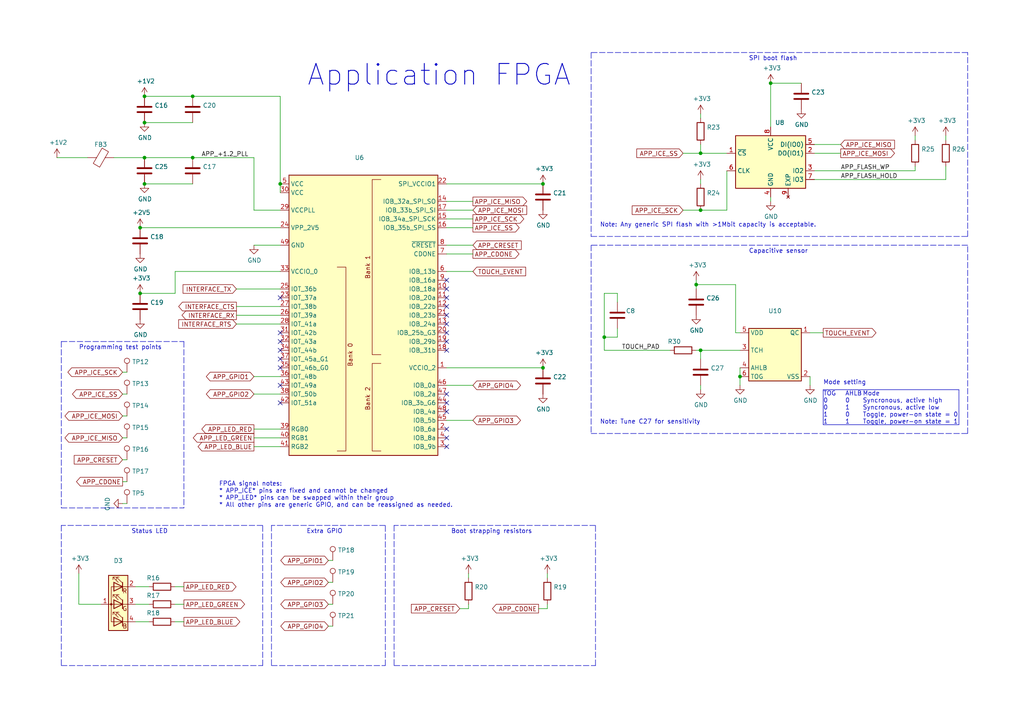
<source format=kicad_sch>
(kicad_sch (version 20211123) (generator eeschema)
  (paper "A4")
  (title_block (title "Application FPGA") (date "2021-09-29") (rev "V1") (company "Tillitis AB") (comment 1 "2022"))
  (lib_symbols
    (symbol "Connector:TestPoint" (pin_numbers hide) (pin_names (offset 0.762) hide)
      (property "Reference" "TP" (at 0 6.858 0))
      (property "Value" "TestPoint" (at 0 5.08 0))
      (symbol "TestPoint_0_1"
        (circle (center 0 3.302) (radius 0.762))
      )
      (symbol "TestPoint_1_1"
        (pin passive line (at 0 0 90) (length 2.54) (name "1") (number "1"))
      )
    )
    (symbol "Device:C" (pin_numbers hide) (pin_names (offset 0.254))
      (property "Reference" "C" (at 0.635 2.54 0))
      (property "Value" "C" (at 0.635 -2.54 0))
      (symbol "C_0_1"
        (polyline (pts (xy -2.032 -0.762) (xy 2.032 -0.762)) (stroke (width 0.508)))
        (polyline (pts (xy -2.032 0.762) (xy 2.032 0.762)) (stroke (width 0.508)))
      )
      (symbol "C_1_1"
        (pin passive line (at 0 3.81 270) (length 2.794) (name "~") (number "1"))
        (pin passive line (at 0 -3.81 90) (length 2.794) (name "~") (number "2"))
      )
    )
    (symbol "Device:R" (pin_numbers hide) (pin_names (offset 0))
      (property "Reference" "R" (at 2.032 0 90))
      (property "Value" "R" (at 0 0 90))
      (symbol "R_0_1"
        (rectangle (start -1.016 -2.54) (end 1.016 2.54) (stroke (width 0.254)))
      )
      (symbol "R_1_1"
        (pin passive line (at 0 3.81 270) (length 1.27) (name "~") (number "1"))
        (pin passive line (at 0 -3.81 90) (length 1.27) (name "~") (number "2"))
      )
    )
    (symbol "mta1:FC-B1010RGBT-HG" (pin_names (offset 0) hide)
      (property "Reference" "D" (at 0 9.398 0))
      (property "Value" "FC-B1010RGBT-HG" (at 0 -8.89 0))
      (symbol "FC-B1010RGBT-HG_0_0"
        (text "B" (at -1.905 -6.35 0) (effects (font (size 1.27 1.27))))
        (text "G" (at -1.905 -1.27 0) (effects (font (size 1.27 1.27))))
        (text "R" (at -1.905 3.81 0) (effects (font (size 1.27 1.27))))
      )
      (symbol "FC-B1010RGBT-HG_0_1"
        (polyline (pts (xy -1.27 -5.08) (xy -2.54 -5.08)))
        (polyline (pts (xy -1.27 -5.08) (xy 1.27 -5.08)))
        (polyline (pts (xy -1.27 -3.81) (xy -1.27 -6.35)) (stroke (width 0.254)))
        (polyline (pts (xy -1.27 0) (xy -2.54 0)))
        (polyline (pts (xy -1.27 1.27) (xy -1.27 -1.27)) (stroke (width 0.254)))
        (polyline (pts (xy -1.27 5.08) (xy -2.54 5.08)))
        (polyline (pts (xy -1.27 5.08) (xy 1.27 5.08)))
        (polyline (pts (xy -1.27 6.35) (xy -1.27 3.81)) (stroke (width 0.254)))
        (polyline (pts (xy 1.27 0) (xy -1.27 0)))
        (polyline (pts (xy 1.27 0) (xy 2.54 0)))
        (polyline (pts (xy -1.27 1.27) (xy -1.27 -1.27) (xy -1.27 -1.27)))
        (polyline (pts (xy -1.27 6.35) (xy -1.27 3.81) (xy -1.27 3.81)))
        (polyline (pts (xy 1.27 -5.08) (xy 2.032 -5.08) (xy 2.032 5.08) (xy 1.27 5.08)))
        (polyline (pts (xy 1.27 -3.81) (xy 1.27 -6.35) (xy -1.27 -5.08) (xy 1.27 -3.81)) (stroke (width 0.254)))
        (polyline (pts (xy 1.27 1.27) (xy 1.27 -1.27) (xy -1.27 0) (xy 1.27 1.27)) (stroke (width 0.254)))
        (polyline (pts (xy 1.27 6.35) (xy 1.27 3.81) (xy -1.27 5.08) (xy 1.27 6.35)) (stroke (width 0.254)))
        (polyline (pts (xy -1.016 -3.81) (xy 0.508 -2.286) (xy -0.254 -2.286) (xy 0.508 -2.286) (xy 0.508 -3.048)))
        (polyline (pts (xy -1.016 1.27) (xy 0.508 2.794) (xy -0.254 2.794) (xy 0.508 2.794) (xy 0.508 2.032)))
        (polyline (pts (xy -1.016 6.35) (xy 0.508 7.874) (xy -0.254 7.874) (xy 0.508 7.874) (xy 0.508 7.112)))
        (polyline (pts (xy 0 -3.81) (xy 1.524 -2.286) (xy 0.762 -2.286) (xy 1.524 -2.286) (xy 1.524 -3.048)))
        (polyline (pts (xy 0 1.27) (xy 1.524 2.794) (xy 0.762 2.794) (xy 1.524 2.794) (xy 1.524 2.032)))
        (polyline (pts (xy 0 6.35) (xy 1.524 7.874) (xy 0.762 7.874) (xy 1.524 7.874) (xy 1.524 7.112)))
        (rectangle (start 1.27 -1.27) (end 1.27 1.27))
        (rectangle (start 1.27 1.27) (end 1.27 1.27))
        (rectangle (start 1.27 3.81) (end 1.27 6.35))
        (rectangle (start 1.27 6.35) (end 1.27 6.35))
        (circle (center 2.032 0) (radius 0.254) (fill (type outline)))
        (rectangle (start 2.794 8.382) (end -2.794 -7.62) (stroke (width 0.254)) (fill (type background)))
      )
      (symbol "FC-B1010RGBT-HG_1_1"
        (pin passive line (at 5.08 0 180) (length 2.54) (name "A") (number "1"))
        (pin passive line (at -5.08 5.08 0) (length 2.54) (name "RK") (number "2"))
        (pin passive line (at -5.08 0 0) (length 2.54) (name "GK") (number "3"))
        (pin passive line (at -5.08 -5.08 0) (length 2.54) (name "BK") (number "4"))
      )
    )
    (symbol "mta1:Ferrite_Bead-Device" (pin_numbers hide) (pin_names (offset 0))
      (property "Reference" "FB" (at -3.81 0.635 90))
      (property "Value" "Ferrite_Bead-Device" (at 3.81 0 90))
      (symbol "Ferrite_Bead-Device_0_1"
        (polyline (pts (xy 0 -1.27) (xy 0 -1.2192)))
        (polyline (pts (xy 0 1.27) (xy 0 1.2954)))
        (polyline (pts (xy -2.7686 0.4064) (xy -1.7018 2.2606) (xy 2.7686 -0.3048) (xy 1.6764 -2.159) (xy -2.7686 0.4064)))
      )
      (symbol "Ferrite_Bead-Device_1_1"
        (pin passive line (at 0 3.81 270) (length 2.54) (name "~") (number "1"))
        (pin passive line (at 0 -3.81 90) (length 2.54) (name "~") (number "2"))
      )
    )
    (symbol "mta1:ICE40UP5K-SG48ITR"
      (property "Reference" "U" (at -24.13 -44.45 0))
      (property "Value" "ICE40UP5K-SG48ITR" (at -15.24 -46.99 0))
      (symbol "ICE40UP5K-SG48ITR_0_0"
        (polyline (pts (xy -6.35 13.97) (xy -3.81 13.97) (xy -3.81 -39.37) (xy -6.35 -39.37)))
        (polyline (pts (xy 6.35 -39.37) (xy 3.81 -39.37) (xy 3.81 -13.97) (xy 6.35 -13.97)))
        (polyline (pts (xy 6.35 -11.43) (xy 3.81 -11.43) (xy 3.81 39.37) (xy 6.35 39.37)))
        (text "Bank 0" (at -2.54 -11.43 900) (effects (font (size 1.27 1.27))))
        (text "Bank 1" (at 2.54 13.97 900) (effects (font (size 1.27 1.27))))
        (text "Bank 2" (at 2.54 -24.13 900) (effects (font (size 1.27 1.27))))
      )
      (symbol "ICE40UP5K-SG48ITR_1_1"
        (rectangle (start -20.32 40.64) (end 22.86 -40.64) (stroke (width 0.254)) (fill (type background)))
        (pin power_in line (at 25.4 -15.24 180) (length 2.54) (name "VCCIO_2") (number "1"))
        (pin bidirectional line (at 25.4 7.62 180) (length 2.54) (name "IOB_18a") (number "10"))
        (pin bidirectional line (at 25.4 5.08 180) (length 2.54) (name "IOB_20a") (number "11"))
        (pin bidirectional line (at 25.4 2.54 180) (length 2.54) (name "IOB_22b") (number "12"))
        (pin bidirectional line (at 25.4 -2.54 180) (length 2.54) (name "IOB_24a") (number "13"))
        (pin bidirectional line (at 25.4 33.02 180) (length 2.54) (name "IOB_32a_SPI_SO") (number "14"))
        (pin bidirectional line (at 25.4 27.94 180) (length 2.54) (name "IOB_34a_SPI_SCK") (number "15"))
        (pin bidirectional line (at 25.4 25.4 180) (length 2.54) (name "IOB_35b_SPI_SS") (number "16"))
        (pin bidirectional line (at 25.4 30.48 180) (length 2.54) (name "IOB_33b_SPI_SI") (number "17"))
        (pin bidirectional line (at 25.4 -10.16 180) (length 2.54) (name "IOB_31b") (number "18"))
        (pin bidirectional line (at 25.4 -7.62 180) (length 2.54) (name "IOB_29b") (number "19"))
        (pin bidirectional line (at 25.4 -33.02 180) (length 2.54) (name "IOB_6a") (number "2"))
        (pin bidirectional line (at 25.4 -5.08 180) (length 2.54) (name "IOB_25b_G3") (number "20"))
        (pin bidirectional line (at 25.4 0 180) (length 2.54) (name "IOB_23b") (number "21"))
        (pin power_in line (at 25.4 38.1 180) (length 2.54) (name "SPI_VCCIO1") (number "22"))
        (pin bidirectional line (at -22.86 5.08 0) (length 2.54) (name "IOT_37a") (number "23"))
        (pin power_in line (at -22.86 25.4 0) (length 2.54) (name "VPP_2V5") (number "24"))
        (pin bidirectional line (at -22.86 7.62 0) (length 2.54) (name "IOT_36b") (number "25"))
        (pin bidirectional line (at -22.86 0 0) (length 2.54) (name "IOT_39a") (number "26"))
        (pin bidirectional line (at -22.86 2.54 0) (length 2.54) (name "IOT_38b") (number "27"))
        (pin bidirectional line (at -22.86 -2.54 0) (length 2.54) (name "IOT_41a") (number "28"))
        (pin power_in line (at -22.86 30.48 0) (length 2.54) (name "VCCPLL") (number "29"))
        (pin bidirectional line (at 25.4 -38.1 180) (length 2.54) (name "IOB_9b") (number "3"))
        (pin power_in line (at -22.86 35.56 0) (length 2.54) (name "VCC") (number "30"))
        (pin bidirectional line (at -22.86 -5.08 0) (length 2.54) (name "IOT_42b") (number "31"))
        (pin bidirectional line (at -22.86 -7.62 0) (length 2.54) (name "IOT_43a") (number "32"))
        (pin power_in line (at -22.86 12.7 0) (length 2.54) (name "VCCIO_0") (number "33"))
        (pin bidirectional line (at -22.86 -10.16 0) (length 2.54) (name "IOT_44b") (number "34"))
        (pin bidirectional line (at -22.86 -15.24 0) (length 2.54) (name "IOT_46b_G0") (number "35"))
        (pin bidirectional line (at -22.86 -17.78 0) (length 2.54) (name "IOT_48b") (number "36"))
        (pin bidirectional line (at -22.86 -12.7 0) (length 2.54) (name "IOT_45a_G1") (number "37"))
        (pin bidirectional line (at -22.86 -22.86 0) (length 2.54) (name "IOT_50b") (number "38"))
        (pin open_collector line (at -22.86 -33.02 0) (length 2.54) (name "RGB0") (number "39"))
        (pin bidirectional line (at 25.4 -35.56 180) (length 2.54) (name "IOB_8a") (number "4"))
        (pin open_collector line (at -22.86 -35.56 0) (length 2.54) (name "RGB1") (number "40"))
        (pin open_collector line (at -22.86 -38.1 0) (length 2.54) (name "RGB2") (number "41"))
        (pin bidirectional line (at -22.86 -25.4 0) (length 2.54) (name "IOT_51a") (number "42"))
        (pin bidirectional line (at -22.86 -20.32 0) (length 2.54) (name "IOT_49a") (number "43"))
        (pin bidirectional line (at 25.4 -25.4 180) (length 2.54) (name "IOB_3b_G6") (number "44"))
        (pin bidirectional line (at 25.4 -30.48 180) (length 2.54) (name "IOB_5b") (number "45"))
        (pin bidirectional line (at 25.4 -20.32 180) (length 2.54) (name "IOB_0a") (number "46"))
        (pin bidirectional line (at 25.4 -22.86 180) (length 2.54) (name "IOB_2a") (number "47"))
        (pin bidirectional line (at 25.4 -27.94 180) (length 2.54) (name "IOB_4a") (number "48"))
        (pin power_in line (at -22.86 20.32 0) (length 2.54) (name "GND") (number "49"))
        (pin power_in line (at -22.86 38.1 0) (length 2.54) (name "VCC") (number "5"))
        (pin bidirectional line (at 25.4 12.7 180) (length 2.54) (name "IOB_13b") (number "6"))
        (pin open_collector line (at 25.4 17.78 180) (length 2.54) (name "CDONE") (number "7"))
        (pin input line (at 25.4 20.32 180) (length 2.54) (name "~{CRESET}") (number "8"))
        (pin bidirectional line (at 25.4 10.16 180) (length 2.54) (name "IOB_16a") (number "9"))
      )
    )
    (symbol "mta1:PT2043AT6"
      (property "Reference" "U" (at -6.35 8.89 0))
      (property "Value" "PT2043AT6" (at -2.54 -8.89 0))
      (symbol "PT2043AT6_1_1"
        (rectangle (start -7.62 7.62) (end 7.62 -7.62) (stroke (width 0.254)) (fill (type background)))
        (pin output line (at 10.16 6.35 180) (length 2.54) (name "QC") (number "1"))
        (pin power_in line (at 10.16 -6.35 180) (length 2.54) (name "VSS") (number "2"))
        (pin input line (at -10.16 1.27 0) (length 2.54) (name "TCH") (number "3"))
        (pin input line (at -10.16 -3.81 0) (length 2.54) (name "AHLB") (number "4"))
        (pin power_in line (at -10.16 6.35 0) (length 2.54) (name "VDD") (number "5"))
        (pin input line (at -10.16 -6.35 0) (length 2.54) (name "TOG") (number "6"))
      )
    )
    (symbol "mta1:W25Q80DVUXIE"
      (property "Reference" "U" (at -8.89 8.89 0))
      (property "Value" "W25Q80DVUXIE" (at 7.62 8.89 0))
      (symbol "W25Q80DVUXIE_0_1"
        (rectangle (start -10.16 7.62) (end 10.16 -7.62) (stroke (width 0.254)) (fill (type background)))
      )
      (symbol "W25Q80DVUXIE_1_1"
        (pin input line (at -12.7 2.54 0) (length 2.54) (name "~{CS}") (number "1"))
        (pin bidirectional line (at 12.7 2.54 180) (length 2.54) (name "DO(IO1)") (number "2"))
        (pin bidirectional line (at 12.7 -2.54 180) (length 2.54) (name "IO2") (number "3"))
        (pin power_in line (at 0 -10.16 90) (length 2.54) (name "GND") (number "4"))
        (pin bidirectional line (at 12.7 5.08 180) (length 2.54) (name "DI(IO0)") (number "5"))
        (pin input line (at -12.7 -2.54 0) (length 2.54) (name "CLK") (number "6"))
        (pin bidirectional line (at 12.7 -5.08 180) (length 2.54) (name "IO3") (number "7"))
        (pin power_in line (at 0 10.16 270) (length 2.54) (name "VCC") (number "8"))
        (pin no_connect line (at 5.08 -10.16 90) (length 2.54) (name "EXP") (number "9"))
      )
    )
    (symbol "power:+1V2" (power) (pin_names (offset 0))
      (property "Value" "+1V2" (at 0 3.556 0))
      (symbol "+1V2_0_1"
        (polyline (pts (xy -0.762 1.27) (xy 0 2.54)))
        (polyline (pts (xy 0 0) (xy 0 2.54)))
        (polyline (pts (xy 0 2.54) (xy 0.762 1.27)))
      )
      (symbol "+1V2_1_1"
        (pin power_in line (at 0 0 90) (length 0) hide (name "+1V2") (number "1"))
      )
    )
    (symbol "power:+2V5" (power) (pin_names (offset 0))
      (property "Value" "+2V5" (at 0 3.556 0))
      (symbol "+2V5_0_1"
        (polyline (pts (xy -0.762 1.27) (xy 0 2.54)))
        (polyline (pts (xy 0 0) (xy 0 2.54)))
        (polyline (pts (xy 0 2.54) (xy 0.762 1.27)))
      )
      (symbol "+2V5_1_1"
        (pin power_in line (at 0 0 90) (length 0) hide (name "+2V5") (number "1"))
      )
    )
    (symbol "power:+3.3V" (power) (pin_names (offset 0))
      (property "Value" "+3.3V" (at 0 3.556 0))
      (symbol "+3.3V_0_1"
        (polyline (pts (xy -0.762 1.27) (xy 0 2.54)))
        (polyline (pts (xy 0 0) (xy 0 2.54)))
        (polyline (pts (xy 0 2.54) (xy 0.762 1.27)))
      )
      (symbol "+3.3V_1_1"
        (pin power_in line (at 0 0 90) (length 0) hide (name "+3V3") (number "1"))
      )
    )
    (symbol "power:GND" (power) (pin_names (offset 0))
      (property "Value" "GND" (at 0 -3.81 0))
      (symbol "GND_0_1"
        (polyline (pts (xy 0 0) (xy 0 -1.27) (xy 1.27 -1.27) (xy 0 -2.54) (xy -1.27 -1.27) (xy 0 -1.27)))
      )
      (symbol "GND_1_1"
        (pin power_in line (at 0 0 270) (length 0) hide (name "GND") (number "1"))
      )
    )
  )
  (junction (at 201.93 82.55))
  (junction (at 223.52 24.13))
  (junction (at 214.63 109.22))
  (junction (at 203.2 60.96))
  (junction (at 40.64 85.09))
  (junction (at 41.91 27.94))
  (junction (at 81.28 53.34))
  (junction (at 55.88 27.94))
  (junction (at 203.2 101.6))
  (junction (at 41.91 35.56))
  (junction (at 41.91 53.34))
  (junction (at 41.91 45.72))
  (junction (at 175.26 97.79))
  (junction (at 40.64 66.04))
  (junction (at 157.48 106.68))
  (junction (at 55.88 45.72))
  (junction (at 203.2 44.45))
  (junction (at 157.48 53.34))
  (no_connect (at 129.54 86.36))
  (no_connect (at 129.54 127))
  (no_connect (at 129.54 124.46))
  (no_connect (at 129.54 119.38))
  (no_connect (at 81.28 104.14))
  (no_connect (at 129.54 129.54))
  (no_connect (at 129.54 93.98))
  (no_connect (at 81.28 86.36))
  (no_connect (at 81.28 99.06))
  (no_connect (at 81.28 106.68))
  (no_connect (at 81.28 101.6))
  (no_connect (at 81.28 116.84))
  (no_connect (at 81.28 111.76))
  (no_connect (at 129.54 116.84))
  (no_connect (at 129.54 83.82))
  (no_connect (at 129.54 81.28))
  (no_connect (at 129.54 101.6))
  (no_connect (at 129.54 91.44))
  (no_connect (at 129.54 96.52))
  (no_connect (at 129.54 99.06))
  (no_connect (at 81.28 96.52))
  (no_connect (at 129.54 114.3))
  (no_connect (at 129.54 88.9))
  (wire (pts (xy 50.8 78.74) (xy 50.8 85.09)))
  (wire (pts (xy 73.66 45.72) (xy 73.66 60.96)))
  (polyline (pts (xy 17.78 99.06) (xy 53.34 99.06)))
  (wire (pts (xy 210.82 44.45) (xy 203.2 44.45)))
  (wire (pts (xy 39.37 175.26) (xy 43.18 175.26)))
  (wire (pts (xy 223.52 36.83) (xy 223.52 24.13)))
  (wire (pts (xy 213.36 96.52) (xy 214.63 96.52)))
  (wire (pts (xy 55.88 53.34) (xy 41.91 53.34)))
  (wire (pts (xy 68.58 83.82) (xy 81.28 83.82)))
  (wire (pts (xy 203.2 41.91) (xy 203.2 44.45)))
  (wire (pts (xy 214.63 106.68) (xy 214.63 109.22)))
  (polyline (pts (xy 280.67 125.73) (xy 280.67 71.12)))
  (wire (pts (xy 203.2 111.76) (xy 203.2 113.03)))
  (polyline (pts (xy 238.76 113.03) (xy 238.76 123.19)) (stroke (width 0) (type solid)))
  (wire (pts (xy 137.16 78.74) (xy 129.54 78.74)))
  (wire (pts (xy 175.26 97.79) (xy 179.07 97.79)))
  (wire (pts (xy 81.28 27.94) (xy 55.88 27.94)))
  (wire (pts (xy 213.36 82.55) (xy 213.36 96.52)))
  (wire (pts (xy 95.25 168.91) (xy 96.52 168.91)))
  (wire (pts (xy 223.52 58.42) (xy 223.52 57.15)))
  (wire (pts (xy 81.28 109.22) (xy 73.66 109.22)))
  (wire (pts (xy 201.93 82.55) (xy 213.36 82.55)))
  (wire (pts (xy 55.88 45.72) (xy 41.91 45.72)))
  (wire (pts (xy 274.32 48.26) (xy 274.32 52.07)))
  (wire (pts (xy 214.63 109.22) (xy 214.63 111.76)))
  (wire (pts (xy 81.28 27.94) (xy 81.28 53.34)))
  (wire (pts (xy 198.12 44.45) (xy 203.2 44.45)))
  (wire (pts (xy 68.58 91.44) (xy 81.28 91.44)))
  (polyline (pts (xy 76.2 152.4) (xy 17.78 152.4)))
  (wire (pts (xy 133.35 176.53) (xy 135.89 176.53)))
  (wire (pts (xy 55.88 35.56) (xy 41.91 35.56)))
  (polyline (pts (xy 17.78 99.06) (xy 17.78 147.32)))
  (polyline (pts (xy 171.45 125.73) (xy 280.67 125.73)))
  (wire (pts (xy 35.56 107.95) (xy 36.83 107.95)))
  (wire (pts (xy 203.2 60.96) (xy 198.12 60.96)))
  (wire (pts (xy 137.16 58.42) (xy 129.54 58.42)))
  (wire (pts (xy 243.84 41.91) (xy 236.22 41.91)))
  (wire (pts (xy 73.66 124.46) (xy 81.28 124.46)))
  (wire (pts (xy 175.26 85.09) (xy 175.26 97.79)))
  (polyline (pts (xy 76.2 193.04) (xy 76.2 152.4)))
  (wire (pts (xy 203.2 33.02) (xy 203.2 34.29)))
  (wire (pts (xy 158.75 166.37) (xy 158.75 167.64)))
  (wire (pts (xy 203.2 52.07) (xy 203.2 53.34)))
  (polyline (pts (xy 17.78 193.04) (xy 76.2 193.04)))
  (wire (pts (xy 129.54 60.96) (xy 137.16 60.96)))
  (wire (pts (xy 156.21 176.53) (xy 158.75 176.53)))
  (wire (pts (xy 55.88 45.72) (xy 73.66 45.72)))
  (wire (pts (xy 201.93 82.55) (xy 201.93 83.82)))
  (polyline (pts (xy 114.3 152.4) (xy 114.3 193.04)))
  (polyline (pts (xy 171.45 71.12) (xy 171.45 125.73)))
  (wire (pts (xy 135.89 175.26) (xy 135.89 176.53)))
  (wire (pts (xy 265.43 39.37) (xy 265.43 40.64)))
  (wire (pts (xy 81.28 114.3) (xy 73.66 114.3)))
  (wire (pts (xy 35.56 127) (xy 36.83 127)))
  (wire (pts (xy 39.37 170.18) (xy 43.18 170.18)))
  (wire (pts (xy 68.58 88.9) (xy 81.28 88.9)))
  (wire (pts (xy 179.07 97.79) (xy 179.07 95.25)))
  (wire (pts (xy 35.56 120.65) (xy 36.83 120.65)))
  (wire (pts (xy 50.8 175.26) (xy 53.34 175.26)))
  (wire (pts (xy 265.43 49.53) (xy 236.22 49.53)))
  (polyline (pts (xy 114.3 193.04) (xy 172.72 193.04)))
  (wire (pts (xy 40.64 66.04) (xy 81.28 66.04)))
  (wire (pts (xy 137.16 111.76) (xy 129.54 111.76)))
  (wire (pts (xy 265.43 48.26) (xy 265.43 49.53)))
  (wire (pts (xy 137.16 73.66) (xy 129.54 73.66)))
  (wire (pts (xy 179.07 85.09) (xy 179.07 87.63)))
  (polyline (pts (xy 280.67 68.58) (xy 280.67 15.24)))
  (wire (pts (xy 55.88 27.94) (xy 41.91 27.94)))
  (wire (pts (xy 129.54 66.04) (xy 137.16 66.04)))
  (polyline (pts (xy 238.76 113.03) (xy 278.13 113.03)) (stroke (width 0) (type solid)))
  (wire (pts (xy 210.82 60.96) (xy 210.82 49.53)))
  (wire (pts (xy 137.16 63.5) (xy 129.54 63.5)))
  (wire (pts (xy 137.16 71.12) (xy 129.54 71.12)))
  (wire (pts (xy 203.2 101.6) (xy 203.2 104.14)))
  (wire (pts (xy 50.8 180.34) (xy 53.34 180.34)))
  (wire (pts (xy 234.95 111.76) (xy 234.95 109.22)))
  (wire (pts (xy 232.41 24.13) (xy 223.52 24.13)))
  (wire (pts (xy 158.75 175.26) (xy 158.75 176.53)))
  (wire (pts (xy 157.48 53.34) (xy 129.54 53.34)))
  (wire (pts (xy 236.22 44.45) (xy 243.84 44.45)))
  (polyline (pts (xy 171.45 15.24) (xy 171.45 68.58)))
  (polyline (pts (xy 53.34 99.06) (xy 53.34 147.32)))
  (wire (pts (xy 95.25 181.61) (xy 96.52 181.61)))
  (wire (pts (xy 274.32 39.37) (xy 274.32 40.64)))
  (wire (pts (xy 210.82 60.96) (xy 203.2 60.96)))
  (wire (pts (xy 68.58 93.98) (xy 81.28 93.98)))
  (wire (pts (xy 33.02 45.72) (xy 41.91 45.72)))
  (wire (pts (xy 35.56 114.3) (xy 36.83 114.3)))
  (wire (pts (xy 22.86 175.26) (xy 22.86 166.37)))
  (wire (pts (xy 135.89 166.37) (xy 135.89 167.64)))
  (polyline (pts (xy 278.13 123.19) (xy 238.76 123.19)) (stroke (width 0) (type solid)))
  (wire (pts (xy 39.37 180.34) (xy 43.18 180.34)))
  (wire (pts (xy 73.66 127) (xy 81.28 127)))
  (polyline (pts (xy 78.74 193.04) (xy 111.76 193.04)))
  (wire (pts (xy 29.21 175.26) (xy 22.86 175.26)))
  (polyline (pts (xy 78.74 152.4) (xy 78.74 193.04)))
  (polyline (pts (xy 111.76 152.4) (xy 78.74 152.4)))
  (wire (pts (xy 95.25 175.26) (xy 96.52 175.26)))
  (wire (pts (xy 201.93 81.28) (xy 201.93 82.55)))
  (polyline (pts (xy 171.45 68.58) (xy 280.67 68.58)))
  (wire (pts (xy 73.66 71.12) (xy 81.28 71.12)))
  (wire (pts (xy 81.28 53.34) (xy 81.28 55.88)))
  (wire (pts (xy 234.95 96.52) (xy 238.76 96.52)))
  (polyline (pts (xy 280.67 71.12) (xy 171.45 71.12)))
  (polyline (pts (xy 17.78 152.4) (xy 17.78 193.04)))
  (polyline (pts (xy 17.78 147.32) (xy 53.34 147.32)))
  (wire (pts (xy 236.22 52.07) (xy 274.32 52.07)))
  (wire (pts (xy 95.25 162.56) (xy 96.52 162.56)))
  (polyline (pts (xy 111.76 193.04) (xy 111.76 152.4)))
  (wire (pts (xy 129.54 121.92) (xy 137.16 121.92)))
  (wire (pts (xy 157.48 106.68) (xy 129.54 106.68)))
  (wire (pts (xy 203.2 101.6) (xy 214.63 101.6)))
  (wire (pts (xy 40.64 85.09) (xy 50.8 85.09)))
  (polyline (pts (xy 278.13 113.03) (xy 278.13 123.19)) (stroke (width 0) (type solid)))
  (polyline (pts (xy 172.72 193.04) (xy 172.72 152.4)))
  (wire (pts (xy 50.8 170.18) (xy 53.34 170.18)))
  (wire (pts (xy 175.26 101.6) (xy 194.31 101.6)))
  (wire (pts (xy 201.93 101.6) (xy 203.2 101.6)))
  (wire (pts (xy 81.28 60.96) (xy 73.66 60.96)))
  (wire (pts (xy 73.66 129.54) (xy 81.28 129.54)))
  (wire (pts (xy 175.26 97.79) (xy 175.26 101.6)))
  (wire (pts (xy 50.8 78.74) (xy 81.28 78.74)))
  (wire (pts (xy 35.56 133.35) (xy 36.83 133.35)))
  (polyline (pts (xy 280.67 15.24) (xy 171.45 15.24)))
  (wire (pts (xy 179.07 85.09) (xy 175.26 85.09)))
  (wire (pts (xy 35.56 146.05) (xy 36.83 146.05)))
  (polyline (pts (xy 172.72 152.4) (xy 114.3 152.4)))
  (wire (pts (xy 16.51 45.72) (xy 25.4 45.72)))
  (wire (pts (xy 35.56 139.7) (xy 36.83 139.7)))
  (text "Application FPGA" (at 88.9 25.4 0) (effects (font (size 6 6) (thickness 0.254) bold) (justify left bottom)))
  (text "Mode\nSyncronous, active high\nSyncronous, active low\nToggle, power-on state = 0\nToggle, power-on state = 1" (at 250.19 123.19 0) (effects (font (size 1.27 1.27)) (justify left bottom)))
  (text "Capacitive sensor" (at 217.17 73.66 0) (effects (font (size 1.27 1.27)) (justify left bottom)))
  (text "SPI boot flash" (at 217.17 17.78 0) (effects (font (size 1.27 1.27)) (justify left bottom)))
  (text "FPGA signal notes:\n* APP_ICE* pins are fixed and cannot be changed\n* APP_LED* pins can be swapped within their group\n* All other pins are generic GPIO, and can be reassigned as needed." (at 63.5 147.32 0) (effects (font (size 1.27 1.27)) (justify left bottom)))
  (text "Boot strapping resistors" (at 130.81 154.94 0) (effects (font (size 1.27 1.27)) (justify left bottom)))
  (text "AHLB\n0\n1\n0\n1" (at 245.11 123.19 0) (effects (font (size 1.27 1.27)) (justify left bottom)))
  (text "Status LED" (at 38.1 154.94 0) (effects (font (size 1.27 1.27)) (justify left bottom)))
  (text "Note: Tune C27 for sensitivity" (at 173.99 123.19 0) (effects (font (size 1.27 1.27)) (justify left bottom)))
  (text "Programming test points" (at 22.86 101.6 0) (effects (font (size 1.27 1.27)) (justify left bottom)))
  (text "Mode setting" (at 238.76 111.76 0) (effects (font (size 1.27 1.27)) (justify left bottom)))
  (text "Note: Any generic SPI flash with >1Mbit capacity is acceptable." (at 173.99 66.04 0) (effects (font (size 1.27 1.27)) (justify left bottom)))
  (text "Extra GPIO" (at 88.9 154.94 0) (effects (font (size 1.27 1.27)) (justify left bottom)))
  (text "TOG\n0\n0\n1\n1" (at 238.76 123.19 0) (effects (font (size 1.27 1.27)) (justify left bottom)))
  (label "APP_FLASH_WP" (at 243.84 49.53 0))
  (label "APP_+1.2_PLL" (at 58.42 45.72 0))
  (label "TOUCH_PAD" (at 180.34 101.6 0))
  (label "APP_FLASH_HOLD" (at 243.84 52.07 0))
  (global_label "APP_ICE_SCK" (shape input) (at 198.12 60.96 180) (property "Intersheet References" "${INTERSHEET_REFS}" (effects hide)))
  (global_label "APP_ICE_MOSI" (shape output) (at 243.84 44.45 0) (property "Intersheet References" "${INTERSHEET_REFS}" (effects hide)))
  (global_label "APP_LED_RED" (shape output) (at 73.66 124.46 180) (property "Intersheet References" "${INTERSHEET_REFS}" (effects hide)))
  (global_label "APP_GPIO1" (shape bidirectional) (at 95.25 162.56 180) (property "Intersheet References" "${INTERSHEET_REFS}" (effects hide)))
  (global_label "INTERFACE_RTS" (shape input) (at 68.58 93.98 180) (property "Intersheet References" "${INTERSHEET_REFS}" (effects hide)))
  (global_label "APP_GPIO4" (shape bidirectional) (at 95.25 181.61 180) (property "Intersheet References" "${INTERSHEET_REFS}" (effects hide)))
  (global_label "APP_CRESET" (shape input) (at 137.16 71.12 0) (property "Intersheet References" "${INTERSHEET_REFS}" (effects hide)))
  (global_label "APP_CDONE" (shape output) (at 35.56 139.7 180) (property "Intersheet References" "${INTERSHEET_REFS}" (effects hide)))
  (global_label "APP_LED_RED" (shape output) (at 53.34 170.18 0) (property "Intersheet References" "${INTERSHEET_REFS}" (effects hide)))
  (global_label "APP_ICE_MISO" (shape bidirectional) (at 35.56 127 180) (property "Intersheet References" "${INTERSHEET_REFS}" (effects hide)))
  (global_label "APP_CRESET" (shape input) (at 35.56 133.35 180) (property "Intersheet References" "${INTERSHEET_REFS}" (effects hide)))
  (global_label "APP_GPIO2" (shape bidirectional) (at 95.25 168.91 180) (property "Intersheet References" "${INTERSHEET_REFS}" (effects hide)))
  (global_label "APP_ICE_SCK" (shape output) (at 137.16 63.5 0) (property "Intersheet References" "${INTERSHEET_REFS}" (effects hide)))
  (global_label "APP_GPIO1" (shape bidirectional) (at 73.66 109.22 180) (property "Intersheet References" "${INTERSHEET_REFS}" (effects hide)))
  (global_label "APP_GPIO4" (shape bidirectional) (at 137.16 111.76 0) (property "Intersheet References" "${INTERSHEET_REFS}" (effects hide)))
  (global_label "TOUCH_EVENT" (shape input) (at 137.16 78.74 0) (property "Intersheet References" "${INTERSHEET_REFS}" (effects hide)))
  (global_label "APP_CDONE" (shape output) (at 137.16 73.66 0) (property "Intersheet References" "${INTERSHEET_REFS}" (effects hide)))
  (global_label "INTERFACE_TX" (shape input) (at 68.58 83.82 180) (property "Intersheet References" "${INTERSHEET_REFS}" (effects hide)))
  (global_label "APP_ICE_SS" (shape input) (at 198.12 44.45 180) (property "Intersheet References" "${INTERSHEET_REFS}" (effects hide)))
  (global_label "APP_ICE_MISO" (shape output) (at 137.16 58.42 0) (property "Intersheet References" "${INTERSHEET_REFS}" (effects hide)))
  (global_label "APP_LED_GREEN" (shape output) (at 53.34 175.26 0) (property "Intersheet References" "${INTERSHEET_REFS}" (effects hide)))
  (global_label "APP_LED_GREEN" (shape output) (at 73.66 127 180) (property "Intersheet References" "${INTERSHEET_REFS}" (effects hide)))
  (global_label "APP_GPIO3" (shape bidirectional) (at 95.25 175.26 180) (property "Intersheet References" "${INTERSHEET_REFS}" (effects hide)))
  (global_label "APP_CRESET" (shape input) (at 133.35 176.53 180) (property "Intersheet References" "${INTERSHEET_REFS}" (effects hide)))
  (global_label "APP_GPIO2" (shape bidirectional) (at 73.66 114.3 180) (property "Intersheet References" "${INTERSHEET_REFS}" (effects hide)))
  (global_label "APP_LED_BLUE" (shape output) (at 53.34 180.34 0) (property "Intersheet References" "${INTERSHEET_REFS}" (effects hide)))
  (global_label "APP_GPIO3" (shape bidirectional) (at 137.16 121.92 0) (property "Intersheet References" "${INTERSHEET_REFS}" (effects hide)))
  (global_label "APP_ICE_SS" (shape output) (at 137.16 66.04 0) (property "Intersheet References" "${INTERSHEET_REFS}" (effects hide)))
  (global_label "INTERFACE_CTS" (shape output) (at 68.58 88.9 180) (property "Intersheet References" "${INTERSHEET_REFS}" (effects hide)))
  (global_label "APP_ICE_MOSI" (shape bidirectional) (at 35.56 120.65 180) (property "Intersheet References" "${INTERSHEET_REFS}" (effects hide)))
  (global_label "APP_ICE_MOSI" (shape input) (at 137.16 60.96 0) (property "Intersheet References" "${INTERSHEET_REFS}" (effects hide)))
  (global_label "TOUCH_EVENT" (shape output) (at 238.76 96.52 0) (property "Intersheet References" "${INTERSHEET_REFS}" (effects hide)))
  (global_label "INTERFACE_RX" (shape output) (at 68.58 91.44 180) (property "Intersheet References" "${INTERSHEET_REFS}" (effects hide)))
  (global_label "APP_LED_BLUE" (shape output) (at 73.66 129.54 180) (property "Intersheet References" "${INTERSHEET_REFS}" (effects hide)))
  (global_label "APP_ICE_MISO" (shape input) (at 243.84 41.91 0) (property "Intersheet References" "${INTERSHEET_REFS}" (effects hide)))
  (global_label "APP_CDONE" (shape output) (at 156.21 176.53 180) (property "Intersheet References" "${INTERSHEET_REFS}" (effects hide)))
  (global_label "APP_ICE_SCK" (shape bidirectional) (at 35.56 107.95 180) (property "Intersheet References" "${INTERSHEET_REFS}" (effects hide)))
  (global_label "APP_ICE_SS" (shape bidirectional) (at 35.56 114.3 180) (property "Intersheet References" "${INTERSHEET_REFS}" (effects hide)))
  (symbol (lib_id "mta1:ICE40UP5K-SG48ITR") (at 104.14 91.44 0) (unit 1)
    (property "Reference" "U6" (at 102.87 45.72 0) (effects (justify left)))
    (property "Datasheet" "http://www.latticesemi.com/Products/FPGAandCPLD/iCE40Ultra" (effects hide))
    (property "Manufacturer" "Lattice" (effects hide))
    (property "Manufacturer Part Number" "ICE40UP5K-SG48ITR" (effects hide))
    (property "Supplier" "Digikey" (effects hide))
    (property "Supplier Part Number" "220-2145-2-ND" (effects hide))
  )
  (symbol (lib_id "Device:R") (at 135.89 171.45 0) (unit 1)
    (property "Reference" "R20" (at 137.668 170.2816 0) (effects (justify left)))
    (property "Manufacturer" "Any/not critical" (effects hide))
    (property "Extended Value" "1/16W,5%" (effects hide))
  )
  (symbol (lib_id "Device:R") (at 158.75 171.45 0) (unit 1)
    (property "Reference" "R19" (at 160.528 170.2816 0) (effects (justify left)))
    (property "Manufacturer" "Any/not critical" (effects hide))
    (property "Extended Value" "1/16W,5%" (effects hide))
  )
  (symbol (lib_id "power:+3.3V") (at 158.75 166.37 0) (unit 1)
    (property "Reference" "#PWR049" (effects hide))
    (property "Value" "+3.3V" (at 159.131 161.9758 0))
  )
  (symbol (lib_id "power:+2V5") (at 40.64 66.04 0) (unit 1)
    (property "Reference" "#PWR040" (effects hide))
    (property "Value" "+2V5" (at 41.021 61.6458 0))
  )
  (symbol (lib_id "power:+1V2") (at 41.91 27.94 0) (unit 1)
    (property "Reference" "#PWR038" (effects hide))
    (property "Value" "+1V2" (at 42.291 23.5458 0))
  )
  (symbol (lib_id "power:GND") (at 41.91 35.56 0) (unit 1)
    (property "Reference" "#GND022" (effects hide))
    (property "Value" "GND" (at 42.037 39.9542 0))
  )
  (symbol (lib_id "power:GND") (at 41.91 53.34 0) (unit 1)
    (property "Reference" "#GND023" (effects hide))
    (property "Value" "GND" (at 42.037 57.7342 0))
  )
  (symbol (lib_id "Device:C") (at 157.48 57.15 0) (unit 1)
    (property "Reference" "C21" (at 160.401 55.9816 0) (effects (justify left)))
    (property "Manufacturer" "Any/not critical" (effects hide))
    (property "Extended Value" "16V,X5R,20%" (effects hide))
  )
  (symbol (lib_id "Device:C") (at 40.64 88.9 0) (unit 1)
    (property "Reference" "C19" (at 43.561 87.7316 0) (effects (justify left)))
    (property "Manufacturer" "Any/not critical" (effects hide))
    (property "Extended Value" "16V,X5R,20%" (effects hide))
  )
  (symbol (lib_id "mta1:FC-B1010RGBT-HG") (at 34.29 175.26 0) (mirror y) (unit 1)
    (property "Reference" "D3" (at 34.29 162.6362 0))
    (property "Manufacturer" "Foshan NationStar" (effects hide))
    (property "Manufacturer Part Number" "FC-B1010RGBT-HG" (effects hide))
    (property "Supplier" "LCSC" (effects hide))
    (property "Supplier Part Number" "C158099" (effects hide))
  )
  (symbol (lib_id "Device:R") (at 46.99 170.18 270) (unit 1)
    (property "Reference" "R16" (at 44.45 167.64 90))
    (property "Manufacturer" "Any/not critical" (effects hide))
    (property "Extended Value" "1/16W,5%" (effects hide))
  )
  (symbol (lib_id "power:+3.3V") (at 22.86 166.37 0) (unit 1)
    (property "Reference" "#PWR037" (effects hide))
    (property "Value" "+3.3V" (at 23.241 161.9758 0))
  )
  (symbol (lib_id "power:+3.3V") (at 157.48 53.34 0) (unit 1)
    (property "Reference" "#PWR045" (effects hide))
    (property "Value" "+3.3V" (at 157.861 48.9458 0))
  )
  (symbol (lib_id "power:+3.3V") (at 157.48 106.68 0) (unit 1)
    (property "Reference" "#PWR046" (effects hide))
    (property "Value" "+3.3V" (at 157.861 102.2858 0))
  )
  (symbol (lib_id "power:+3.3V") (at 40.64 85.09 0) (unit 1)
    (property "Reference" "#PWR041" (effects hide))
    (property "Value" "+3.3V" (at 41.021 80.6958 0))
  )
  (symbol (lib_id "power:GND") (at 40.64 92.71 0) (unit 1)
    (property "Reference" "#GND025" (effects hide))
    (property "Value" "GND" (at 40.767 97.1042 0))
  )
  (symbol (lib_id "mta1:Ferrite_Bead-Device") (at 29.21 45.72 270) (unit 1)
    (property "Reference" "FB3" (at 29.21 41.91 90))
    (property "Manufacturer" "Murata" (effects hide))
    (property "Manufacturer Part Number" "BLM18KG300TN1D" (effects hide))
    (property "Supplier" "Digikey" (effects hide))
    (property "Supplier Part Number" "490-5447-1-ND" (effects hide))
  )
  (symbol (lib_id "Device:C") (at 41.91 49.53 0) (unit 1)
    (property "Reference" "C25" (at 44.831 48.3616 0) (effects (justify left)))
    (property "Manufacturer" "Any/not critical" (effects hide))
    (property "Extended Value" "10V,X5R,20%" (effects hide))
  )
  (symbol (lib_id "power:+1V2") (at 16.51 45.72 0) (unit 1)
    (property "Reference" "#PWR036" (effects hide))
    (property "Value" "+1V2" (at 16.891 41.3258 0))
  )
  (symbol (lib_id "Device:C") (at 157.48 110.49 0) (unit 1)
    (property "Reference" "C22" (at 160.401 109.3216 0) (effects (justify left)))
    (property "Manufacturer" "Any/not critical" (effects hide))
    (property "Extended Value" "16V,X5R,20%" (effects hide))
  )
  (symbol (lib_id "Device:C") (at 41.91 31.75 0) (unit 1)
    (property "Reference" "C16" (at 44.831 30.5816 0) (effects (justify left)))
    (property "Manufacturer" "Any/not critical" (effects hide))
    (property "Extended Value" "16V,X5R,20%" (effects hide))
  )
  (symbol (lib_id "Device:C") (at 55.88 49.53 0) (unit 1)
    (property "Reference" "C17" (at 58.801 48.3616 0) (effects (justify left)))
    (property "Manufacturer" "Any/not critical" (effects hide))
    (property "Extended Value" "16V,X5R,20%" (effects hide))
  )
  (symbol (lib_id "power:GND") (at 40.64 73.66 0) (unit 1)
    (property "Reference" "#GND024" (effects hide))
    (property "Value" "GND" (at 40.767 78.0542 0))
  )
  (symbol (lib_id "Device:C") (at 40.64 69.85 0) (unit 1)
    (property "Reference" "C18" (at 43.561 68.6816 0) (effects (justify left)))
    (property "Manufacturer" "Any/not critical" (effects hide))
    (property "Extended Value" "16V,X5R,20%" (effects hide))
  )
  (symbol (lib_id "Device:C") (at 55.88 31.75 0) (unit 1)
    (property "Reference" "C20" (at 58.801 30.5816 0) (effects (justify left)))
    (property "Manufacturer" "Any/not critical" (effects hide))
    (property "Extended Value" "16V,X5R,20%" (effects hide))
  )
  (symbol (lib_id "Device:R") (at 46.99 175.26 270) (unit 1)
    (property "Reference" "R17" (at 44.45 172.72 90))
    (property "Manufacturer" "Any/not critical" (effects hide))
    (property "Extended Value" "1/16W,5%" (effects hide))
  )
  (symbol (lib_id "Device:R") (at 46.99 180.34 270) (unit 1)
    (property "Reference" "R18" (at 44.45 177.8 90))
    (property "Manufacturer" "Any/not critical" (effects hide))
    (property "Extended Value" "1/16W,5%" (effects hide))
  )
  (symbol (lib_id "power:GND") (at 157.48 114.3 0) (unit 1)
    (property "Reference" "#GND027" (effects hide))
    (property "Value" "GND" (at 157.607 118.6942 0))
  )
  (symbol (lib_id "power:GND") (at 157.48 60.96 0) (unit 1)
    (property "Reference" "#GND026" (effects hide))
    (property "Value" "GND" (at 157.607 65.3542 0))
  )
  (symbol (lib_id "Device:C") (at 179.07 91.44 180) (unit 1)
    (property "Reference" "C8" (at 182.88 90.17 0))
    (property "Extended Value" "16V,X5R,10%" (effects hide))
    (property "Manufacturer" "Fenghua" (effects hide))
    (property "Manufacturer Part Number" "1206X106K160NT" (effects hide))
    (property "Supplier" "LCSC" (effects hide))
    (property "Supplier Part Number" "C105478" (effects hide))
  )
  (symbol (lib_id "Connector:TestPoint") (at 36.83 127 0) (unit 1) (in_bom no)
    (property "Reference" "TP15" (at 38.3032 124.0028 0) (effects (justify left)))
  )
  (symbol (lib_id "power:+3.3V") (at 274.32 39.37 0) (unit 1)
    (property "Reference" "#PWR028" (effects hide))
    (property "Value" "+3.3V" (at 274.701 34.9758 0))
  )
  (symbol (lib_id "Device:C") (at 232.41 27.94 0) (unit 1)
    (property "Reference" "C23" (at 235.331 26.7716 0) (effects (justify left)))
    (property "Manufacturer" "Any/not critical" (effects hide))
    (property "Extended Value" "16V,X5R,20%" (effects hide))
  )
  (symbol (lib_id "Device:R") (at 265.43 44.45 0) (unit 1)
    (property "Reference" "R25" (at 267.208 43.2816 0) (effects (justify left)))
    (property "Manufacturer" "Any/not critical" (effects hide))
    (property "Extended Value" "1/16W,5%" (effects hide))
  )
  (symbol (lib_id "power:+3.3V") (at 265.43 39.37 0) (unit 1)
    (property "Reference" "#PWR027" (effects hide))
    (property "Value" "+3.3V" (at 265.811 34.9758 0))
  )
  (symbol (lib_id "mta1:PT2043AT6") (at 224.79 102.87 0) (unit 1)
    (property "Reference" "U10" (at 224.79 90.17 0))
    (property "Manufacturer" "PinTeng" (effects hide))
    (property "Manufacturer Part Number" "PT2043AT6" (effects hide))
    (property "Supplier" "LCSC" (effects hide))
    (property "Supplier Part Number" "C2914233" (effects hide))
  )
  (symbol (lib_id "Connector:TestPoint") (at 36.83 139.7 0) (unit 1) (in_bom no)
    (property "Reference" "TP17" (at 38.3032 136.7028 0) (effects (justify left)))
  )
  (symbol (lib_id "Device:C") (at 203.2 107.95 0) (unit 1)
    (property "Reference" "C27" (at 206.121 106.7816 0) (effects (justify left)))
    (property "Manufacturer" "Any/not critical" (effects hide))
    (property "Extended Value" "16V,X5R,20%" (effects hide))
  )
  (symbol (lib_id "Connector:TestPoint") (at 36.83 120.65 0) (unit 1) (in_bom no)
    (property "Reference" "TP14" (at 38.3032 117.6528 0) (effects (justify left)))
  )
  (symbol (lib_id "power:+3.3V") (at 203.2 33.02 0) (unit 1)
    (property "Reference" "#PWR011" (effects hide))
    (property "Value" "+3.3V" (at 203.581 28.6258 0))
  )
  (symbol (lib_id "power:GND") (at 214.63 111.76 0) (unit 1)
    (property "Reference" "#GND028" (effects hide))
    (property "Value" "GND" (at 214.757 116.1542 0))
  )
  (symbol (lib_id "power:GND") (at 201.93 91.44 0) (unit 1)
    (property "Reference" "#GND019" (effects hide))
    (property "Value" "GND" (at 202.057 95.8342 0))
  )
  (symbol (lib_id "Device:R") (at 198.12 101.6 270) (unit 1)
    (property "Reference" "R30" (at 195.58 99.06 90))
    (property "Manufacturer" "Any/not critical" (effects hide))
    (property "Extended Value" "1/16W,1%" (effects hide))
  )
  (symbol (lib_id "power:+3.3V") (at 223.52 24.13 0) (unit 1)
    (property "Reference" "#PWR022" (effects hide))
    (property "Value" "+3.3V" (at 223.901 19.7358 0))
  )
  (symbol (lib_id "power:GND") (at 223.52 58.42 0) (unit 1)
    (property "Reference" "#PWR026" (effects hide))
    (property "Value" "GND" (at 223.647 62.8142 0))
  )
  (symbol (lib_id "Device:R") (at 274.32 44.45 0) (unit 1)
    (property "Reference" "R26" (at 276.098 43.2816 0) (effects (justify left)))
    (property "Manufacturer" "Any/not critical" (effects hide))
    (property "Extended Value" "1/16W,5%" (effects hide))
  )
  (symbol (lib_id "power:+3.3V") (at 135.89 166.37 0) (unit 1)
    (property "Reference" "#PWR0113" (effects hide))
    (property "Value" "+3.3V" (at 136.271 161.9758 0))
  )
  (symbol (lib_id "Device:C") (at 201.93 87.63 0) (unit 1)
    (property "Reference" "C26" (at 204.851 86.4616 0) (effects (justify left)))
    (property "Manufacturer" "Any/not critical" (effects hide))
    (property "Extended Value" "16V,X5R,20%" (effects hide))
  )
  (symbol (lib_id "Connector:TestPoint") (at 96.52 168.91 0) (unit 1) (in_bom no)
    (property "Reference" "TP19" (at 97.9932 165.9128 0) (effects (justify left)))
  )
  (symbol (lib_id "Connector:TestPoint") (at 96.52 175.26 0) (unit 1) (in_bom no)
    (property "Reference" "TP20" (at 97.9932 172.2628 0) (effects (justify left)))
  )
  (symbol (lib_id "Connector:TestPoint") (at 96.52 181.61 0) (unit 1) (in_bom no)
    (property "Reference" "TP21" (at 97.9932 178.6128 0) (effects (justify left)))
  )
  (symbol (lib_id "Connector:TestPoint") (at 36.83 146.05 0) (unit 1) (in_bom no)
    (property "Reference" "TP5" (at 38.3032 143.0528 0) (effects (justify left)))
  )
  (symbol (lib_id "power:GND") (at 232.41 31.75 0) (unit 1)
    (property "Reference" "#GND09" (effects hide))
    (property "Value" "GND" (at 232.537 36.1442 0))
  )
  (symbol (lib_id "power:GND") (at 35.56 146.05 270) (unit 1)
    (property "Reference" "#GND030" (effects hide))
    (property "Value" "GND" (at 31.1658 146.177 0))
  )
  (symbol (lib_id "Connector:TestPoint") (at 36.83 107.95 0) (unit 1) (in_bom no)
    (property "Reference" "TP12" (at 38.3032 104.9528 0) (effects (justify left)))
  )
  (symbol (lib_id "power:GND") (at 203.2 113.03 0) (unit 1)
    (property "Reference" "#GND021" (effects hide))
    (property "Value" "GND" (at 203.327 117.4242 0))
  )
  (symbol (lib_id "power:GND") (at 73.66 71.12 0) (unit 1)
    (property "Reference" "#GND0103" (effects hide))
    (property "Value" "GND" (at 73.787 75.5142 0))
  )
  (symbol (lib_id "power:+3.3V") (at 203.2 52.07 0) (unit 1)
    (property "Reference" "#PWR021" (effects hide))
    (property "Value" "+3.3V" (at 203.581 47.6758 0))
  )
  (symbol (lib_id "Device:R") (at 203.2 57.15 0) (unit 1)
    (property "Reference" "R24" (at 204.978 55.9816 0) (effects (justify left)))
    (property "Manufacturer" "Any/not critical" (effects hide))
    (property "Extended Value" "1/16W,5%" (effects hide))
  )
  (symbol (lib_id "Connector:TestPoint") (at 36.83 133.35 0) (unit 1) (in_bom no)
    (property "Reference" "TP16" (at 38.3032 130.3528 0) (effects (justify left)))
  )
  (symbol (lib_id "power:GND") (at 234.95 111.76 0) (unit 1)
    (property "Reference" "#GND029" (effects hide))
    (property "Value" "GND" (at 235.077 116.1542 0))
  )
  (symbol (lib_id "Connector:TestPoint") (at 96.52 162.56 0) (unit 1) (in_bom no)
    (property "Reference" "TP18" (at 97.9932 159.5628 0) (effects (justify left)))
  )
  (symbol (lib_id "power:+3.3V") (at 201.93 81.28 0) (unit 1)
    (property "Reference" "#PWR029" (effects hide))
    (property "Value" "+3.3V" (at 202.311 76.8858 0))
  )
  (symbol (lib_id "Connector:TestPoint") (at 36.83 114.3 0) (unit 1) (in_bom no)
    (property "Reference" "TP13" (at 38.3032 111.3028 0) (effects (justify left)))
  )
  (symbol (lib_id "mta1:W25Q80DVUXIE") (at 223.52 46.99 0) (unit 1)
    (property "Reference" "U8" (at 224.79 35.56 0) (effects (justify left)))
    (property "Datasheet" "https://www.winbond.com/resource-files/w25x40cl_f%2020140325.pdf" (effects hide))
    (property "Manufacturer" "XTX" (effects hide))
    (property "Manufacturer Part Number" "XT25F08BDFIGT-S" (effects hide))
    (property "Supplier" "LCSC" (effects hide))
    (property "Supplier Part Number" "C558860" (effects hide))
  )
  (symbol (lib_id "Device:R") (at 203.2 38.1 0) (unit 1)
    (property "Reference" "R23" (at 204.978 36.9316 0) (effects (justify left)))
    (property "Manufacturer" "Any/not critical" (effects hide))
    (property "Extended Value" "1/16W,5%" (effects hide))
  )
)
</source>
